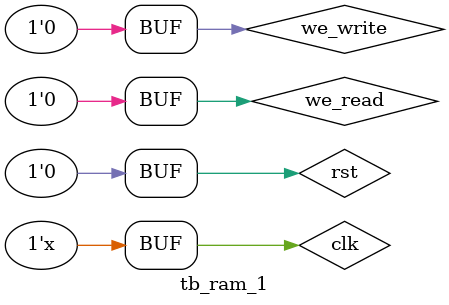
<source format=sv>
`timescale 1ns / 10ps
module tb_ram_1;

reg clk = 1'b0;
reg rst = 1'b1;
reg we_write;
reg we_read;
reg [15:0] addr_w;
reg [15:0] addr_r;
reg [15:0] next_addr_r;
reg [15:0] next_addr_w;
reg [15:0] next_addr_w_2;
reg [15:0] din_w;
reg [15:0] din_r;
reg [15:0] dout_w;
reg [15:0] dout_r;
reg [15:0] counter;
reg [15:0] proc_output1;
reg [15:0] proc_output2;
reg [15:0] prev_dout;

//sincos generation

localparam CLK_PERIOD = 10;
localparam signed [15:0] PI_POS = 16'b0110_0100_1000_1000;
localparam signed [15:0] PI_NEG = 16'b1001_1011_0111_1000;
localparam PHASE_INC = 256;

reg signed [15:0] phase = 0;
wire signed [14:00] cos,sin;


sincos sincos_inst(
	.clk(clk),
	.phase(phase),
	.cos(cos),
	.sin(sin)
);



//insantiate ram



memory_writing READ (
	.clk(clk),
	.addr(addr_r),
	.we(we_read),
	.din(din_r),
	.dout(dout_r)
);

memory_writing DUT (
    .clk(clk),
    .we(we_write),
    .addr(next_addr_w),
    .din(proc_output1),
    .dout(dout_w)
);

processor mod1 (
	.clk(clk),
	.input_sig(dout_r),
	.delay(16'b0000000000000101),
	.output_sig(proc_output1)
);



always #5 clk = ~clk;

//test sequence


always @(posedge clk) begin 
	addr_r <= addr_r + 1'b1;
	addr_w <= addr_r;
	next_addr_w <= addr_w;
	next_addr_w_2 <= next_addr_w;
	//depending on the delay of the processor, adjust the numbe ro fdelayed cycles here	

end

initial begin

	we_read =1'b0;
	we_write = 1'b0;
	addr_r =1'b0;
	addr_w = 1'b0;
	
	clk = 1'b0;
	rst = 1'b1;
	rst = #(CLK_PERIOD*10) 1'b0;

//	$writememh("output.mem", DUT.mem);
end

always begin
	clk = #(CLK_PERIOD/2) ~clk;
end


always @(posedge clk)
begin
	if(rst) begin
		phase <= 0;
	end else begin
	
		if(phase + PHASE_INC < PI_POS) begin
			phase <= phase + PHASE_INC;
		end else begin
			phase <= PI_NEG;
		end
	end
end






endmodule
</source>
